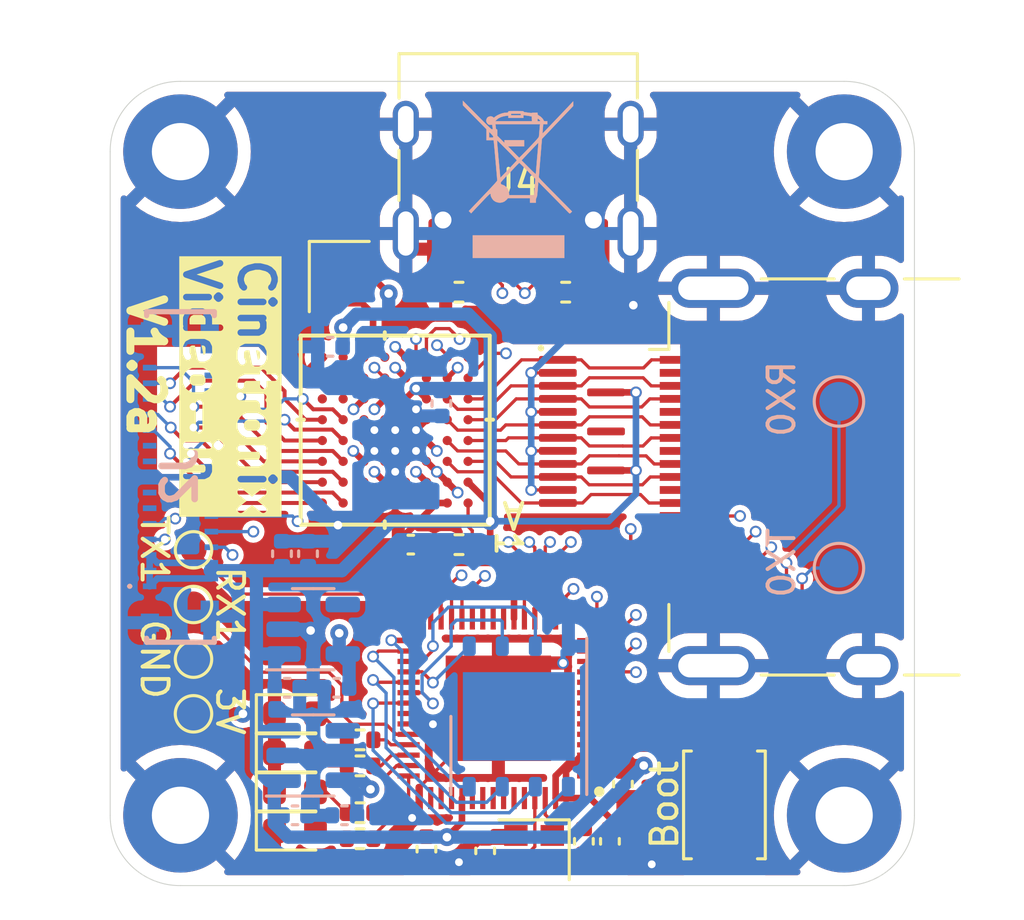
<source format=kicad_pcb>
(kicad_pcb (version 20221018) (generator pcbnew)
  (layers (0 "F.Cu" signal "Front") (1 "In1.Cu" signal) (2 "In2.Cu" signal) (31 "B.Cu" signal "Back") (34 "B.Paste" user) (35 "F.Paste" user) (36 "B.SilkS" user "B.Silkscreen") (37 "F.SilkS" user "F.Silkscreen") (38 "B.Mask" user) (39 "F.Mask" user) (44 "Edge.Cuts" user))
  (net 0 "")
  (net 7 "/HDMI_D2_P")
  (net 8 "/HDMI_D2_N")
  (net 9 "GND")
  (net 10 "/HDMI_D1_P")
  (net 11 "/HDMI_D1_N")
  (net 12 "/HDMI_D0_P")
  (net 13 "/HDMI_D0_N")
  (net 14 "/HDMI_CP_P")
  (net 15 "/HDMI_CP_N")
  (net 16 "+3.3V")
  (net 17 "+1V2")
  (net 18 "/CSI_VTX_D3_N")
  (net 19 "/CSI_VTX_D3_P")
  (net 20 "/CSI_VTX_D2_N")
  (net 21 "/CSI_VTX_D2_P")
  (net 22 "/CSI_VTX_D1_N")
  (net 23 "/CSI_VTX_D1_P")
  (net 24 "/CSI_VTX_D0_N")
  (net 25 "/CSI_VTX_D0_P")
  (net 26 "/CSI_VTX_CL_N")
  (net 27 "/CSI_VTX_CL_P")
  (net 28 "/HDMI_CEC")
  (net 29 "/HDMI_SCL")
  (net 30 "/HDMI_SDA")
  (net 31 "/CHIP_SDA")
  (net 32 "/CHIP_SCL")
  (net 34 "Net-(U4-REXT)")
  (net 35 "/CHIP_INT")
  (net 36 "+2V5")
  (net 39 "Net-(U1-GPIO21)")
  (net 50 "/VDD_SPI")
  (net 51 "Net-(U1-XTAL_P)")
  (net 53 "Net-(U1-GPIO0)")
  (net 57 "Net-(U1-GPIO4)")
  (net 58 "Net-(U1-GPIO5)")
  (net 59 "Net-(U1-XTAL_N)")
  (net 62 "Net-(U1-GPIO33)")
  (net 65 "/CHIP_RESET")
  (net 67 "unconnected-(U4-TEST-PadE5)")
  (net 68 "/USB_D+")
  (net 71 "/USB_D-")
  (net 77 "Net-(U4-REFCLK)")
  (net 83 "Net-(D1-A)")
  (net 84 "Net-(D2-A)")
  (net 85 "Net-(D3-A)")
  (net 86 "Net-(U1-GPIO36)")
  (net 87 "Net-(U1-GPIO35)")
  (net 88 "Net-(U1-GPIO34)")
  (net 91 "Net-(D4-A)")
  (net 92 "Net-(U1-GPIO37)")
  (net 93 "Net-(J4-VBUS-PadA4)")
  (net 96 "/HDMI_HDP")
  (net 97 "/SPIHD")
  (net 98 "/SPIWP")
  (net 99 "/SPICS0")
  (net 100 "/SPICLK")
  (net 101 "/SPIQ")
  (net 102 "/SPID")
  (net 103 "/VTX_DEBUG1")
  (net 104 "/VTX_DEBUG2")
  (net 105 "/VTX_DEBUG3")
  (net 106 "/VTX_DEBUG4")
  (net 107 "/VTX_DEBUG5")
  (net 108 "Net-(J4-CC1)")
  (net 109 "Net-(J4-CC2)")
  (footprint "Resistor_SMD:R_0402_1005Metric" (layer "F.Cu") (at 40.7 40.4 180)
    (fp_text reference "R7" hide)
    (fp_text value "5.1k" hide)
  )
  (footprint "LED_SMD:LED_0603_1608Metric" (layer "F.Cu") (at 34.4 56.6)
    (fp_text reference "D3" hide)
    (fp_text value "LED" hide)
  )
  (footprint "Connector_USB:USB_C_Receptacle_G-Switch_GT-USB-7010ASV" (layer "F.Cu") (at 42.9768 35.0218 180)
    (fp_text reference "J4")
    (fp_text value "USB_C_Receptacle_USB2.0")
  )
  (footprint "Connector_HDMI:HDMI_A_Molex_208658-1001_Horizontal" (layer "F.Cu") (at 53 47.5)
    (fp_text reference "J1" hide)
    (fp_text value "Molex 208658" hide)
  )
  (footprint "TestPoint:TestPoint_Pad_D1.0mm" (layer "F.Cu") (at 30.5 56.6)
    (fp_text reference "TP1" hide)
    (fp_text value "3V")
  )
  (footprint "MountingHole:MountingHole_2.2mm_M2_Pad" (layer "F.Cu") (at 30 35)
    (fp_text reference "H1" hide)
    (fp_text value "MountingHole_Pad")
  )
  (footprint "ESP32-S3:QFN40P700X700X90-57N-D" (layer "F.Cu") (at 42.2148 56.388 180)
    (fp_text reference "U1" hide)
    (fp_text value "ESP32-S3" hide)
  )
  (footprint "Resistor_SMD:R_0402_1005Metric" (layer "F.Cu") (at 36.9 61.4)
    (fp_text reference "R5" hide)
    (fp_text value "5.1k" hide)
  )
  (footprint "Capacitor_SMD:C_0402_1005Metric" (layer "F.Cu") (at 47 59.3 -90)
    (fp_text reference "C15" hide)
    (fp_text value "100nF" hide)
  )
  (footprint "Resistor_SMD:R_0402_1005Metric" (layer "F.Cu") (at 36.9 58.6)
    (fp_text reference "R3" hide)
    (fp_text value "5.1k" hide)
  )
  (footprint "Capacitor_SMD:C_0402_1005Metric" (layer "F.Cu") (at 45.5 61.5 -90)
    (fp_text reference "C16" hide)
    (fp_text value "10pF" hide)
  )
  (footprint "TC9590XBG:BGA64_TC9590_TOS-M" (layer "F.Cu") (at 38.25 45.7 180)
    (fp_text reference "U4" hide)
    (fp_text value "TC9590XBG" hide)
  )
  (footprint "Resistor_SMD:R_0402_1005Metric" (layer "F.Cu") (at 44.8 40.4)
    (fp_text reference "R6" hide)
    (fp_text value "5.1k" hide)
  )
  (footprint "Button_Switch_SMD:SW_Push_SPST_NO_Alps_SKRK" (layer "F.Cu") (at 50.9 60.1 -90)
    (fp_text reference "SW1" hide)
    (fp_text value "Boot")
  )
  (footprint "Resistor_SMD:R_0402_1005Metric" (layer "F.Cu") (at 36.9 57.6)
    (fp_text reference "R4" hide)
    (fp_text value "5.1k" hide)
  )
  (footprint "MountingHole:MountingHole_2.2mm_M2_Pad" (layer "F.Cu") (at 55.5 60.5)
    (fp_text reference "H4" hide)
    (fp_text value "MountingHole_Pad")
  )
  (footprint "LED_SMD:LED_0603_1608Metric" (layer "F.Cu") (at 34.4 61.1)
    (fp_text reference "D4" hide)
    (fp_text value "LED" hide)
  )
  (footprint "Resistor_SMD:R_0402_1005Metric" (layer "F.Cu") (at 40.7 50.1)
    (fp_text reference "R1" hide)
    (fp_text value "2k" hide)
  )
  (footprint "TestPoint:TestPoint_Pad_D1.0mm" (layer "F.Cu") (at 30.5 54.5)
    (fp_text reference "TP2" hide)
    (fp_text value "GND")
  )
  (footprint "MountingHole:MountingHole_2.2mm_M2_Pad" (layer "F.Cu") (at 30 60.5)
    (fp_text reference "H3" hide)
    (fp_text value "MountingHole_Pad")
  )
  (footprint "LED_SMD:LED_0603_1608Metric" (layer "F.Cu") (at 34.4 59.6)
    (fp_text reference "D1" hide)
    (fp_text value "LED" hide)
  )
  (footprint "TestPoint:TestPoint_Pad_D1.0mm" (layer "F.Cu") (at 30.5 50.3)
    (fp_text reference "TP5" hide)
    (fp_text value "TX1")
  )
  (footprint "Resistor_SMD:R_0402_1005Metric" (layer "F.Cu") (at 36.9 60.4)
    (fp_text reference "R2" hide)
    (fp_text value "5.1k" hide)
  )
  (footprint "Capacitor_SMD:C_0402_1005Metric" (layer "F.Cu") (at 38.85 50.1 180)
    (fp_text reference "C8" hide)
    (fp_text value "100nF" hide)
  )
  (footprint "TPD8S009DSMR:R-PDSO-N15" (layer "F.Cu") (at 45.449 45.75)
    (fp_text reference "U3" hide)
    (fp_text value "TPD8S009DSMR")
  )
  (footprint "Crystal:Crystal_SMD_2016-4Pin_2.0x1.6mm" (layer "F.Cu") (at 43.5864 61.8236 180)
    (fp_text reference "Y1" hide)
    (fp_text value "40MHz " hide)
  )
  (footprint "Capacitor_SMD:C_0402_1005Metric" (layer "F.Cu") (at 41.7068 61.8656 90)
    (fp_text reference "C17" hide)
    (fp_text value "10pF" hide)
  )
  (footprint "Capacitor_SMD:C_0402_1005Metric" (layer "F.Cu") (at 39.45 61.8 -90)
    (fp_text reference "C14" hide)
    (fp_text value "100nF" hide)
  )
  (footprint "Capacitor_SMD:C_0402_1005Metric" (layer "F.Cu") (at 46.5 61.5 -90)
    (fp_text reference "C13" hide)
    (fp_text value "100nF" hide)
  )
  (footprint "LED_SMD:LED_0603_1608Metric" (layer "F.Cu") (at 34.4 58.1)
    (fp_text reference "D2" hide)
    (fp_text value "LED" hide)
  )
  (footprint "MountingHole:MountingHole_2.2mm_M2_Pad" (layer "F.Cu") (at 55.5 35)
    (fp_text reference "H2" hide)
    (fp_text value "MountingHole_Pad")
  )
  (footprint "Crystal:Crystal_SMD_2016-4Pin_2.0x1.6mm" (layer "F.Cu") (at 36.1 39.8 -90)
    (fp_text reference "X1" hide)
    (fp_text value "27MHz")
  )
  (footprint "TestPoint:TestPoint_Pad_D1.0mm" (layer "F.Cu") (at 30.5 52.4 180)
    (fp_text reference "TP6" hide)
    (fp_text value "RX1")
  )
  (footprint "TestPoint:TestPoint_Pad_D1.5mm" (layer "B.Cu") (at 55.3 51 180)
    (fp_text reference "TP3" hide)
    (fp_text value "TX0")
  )
  (footprint "Capacitor_SMD:C_0402_1005Metric" (layer "B.Cu") (at 34.4 60.5)
    (fp_text reference "C7" hide)
    (fp_text value "10uF" hide)
  )
  (footprint "TestPoint:TestPoint_Pad_D1.5mm" (layer "B.Cu") (at 55.3 44.6 180)
    (fp_text reference "TP4" hide)
    (fp_text value "RX0")
  )
  (footprint "Package_TO_SOT_SMD:SOT-23-5" (layer "B.Cu") (at 35.1 58.2)
    (fp_text reference "U5" hide)
    (fp_text value "TLV73312PDBV" hide)
  )
  (footprint "Package_TO_SOT_SMD:SOT-23-5" (layer "B.Cu") (at 35.1 53.35)
    (fp_text reference "U2" hide)
    (fp_text value "TLV73325PDBV" hide)
  )
  (footprint "Package_SON:WSON-8-1EP_6x5mm_P1.27mm_EP3.4x4.3mm" (layer "B.Cu") (at 43 56.7 -90)
    (fp_text reference "U6" hide)
    (fp_text value "W25Q128JVS")
  )
  (footprint "Capacitor_SMD:C_0402_1005Metric" (layer "B.Cu") (at 34.1 55.6)
    (fp_text reference "C3" hide)
    (fp_text value "10uF" hide)
  )
  (footprint "Capacitor_SMD:C_0402_1005Metric" (layer "B.Cu") (at 40.025 44.675 -90)
    (fp_text reference "C4" hide)
    (fp_text value "100nF" hide)
  )
  (footprint "Capacitor_SMD:C_0402_1005Metric" (layer "B.Cu") (at 33.9 50.45 90)
    (fp_text reference "C1" hide)
    (fp_text value "100nF" hide)
  )
  (footprint "Capacitor_SMD:C_0402_1005Metric" (layer "B.Cu") (at 34.9 50.45 90)
    (fp_text reference "C2" hide)
    (fp_text value "10uF" hide)
  )
  (footprint "DF56C-26S-0.3V_51:DF56C26S03V51" (layer "B.Cu") (at 30 47.5 90)
    (fp_text reference "J2")
    (fp_text value "DF56C-26S-0.3V_51_" hide)
  )
  (footprint "Capacitor_SMD:C_0402_1005Metric" (layer "B.Cu") (at 36.3 60.5 180)
    (fp_text reference "C5" hide)
    (fp_text value "10uF" hide)
  )
  (footprint "Symbol:WEEE-Logo_4.2x6mm_SilkScreen" (layer "B.Cu") (at 42.9768 36.068 180)
    (fp_text reference "REF**" hide)
    (fp_text value "WEEE-Logo_4.2x6mm_SilkScreen" hide)
  )
  (footprint "Capacitor_SMD:C_0402_1005Metric" (layer "B.Cu") (at 36 55.6 180)
    (fp_text reference "C12" hide)
    (fp_text value "10uF" hide)
  )
  (footprint "Capacitor_SMD:C_0402_1005Metric" (layer "B.Cu") (at 35.75 42.5 180)
    (fp_text reference "C6" hide)
    (fp_text value "100nF" hide)
  )
  (gr_arc (start 30.002 63.19998) (mid 28.084189 62.417225) (end 27.3 60.5) (stroke (width 0.0381)) (layer "Edge.Cuts"))
  (gr_arc (start 58.199952 60.499039) (mid 57.417537 62.415444) (end 55.502 63.199979) (stroke (width 0.0381)) (layer "Edge.Cuts"))
  (gr_line (start 27.3 60.5) (end 27.3 35) (stroke (width 0.0381)) (layer "Edge.Cuts"))
  (gr_line (start 30 32.3) (end 55.499042 32.300066) (stroke (width 0.0381)) (layer "Edge.Cuts"))
  (gr_arc (start 55.499042 32.300066) (mid 57.415784 33.082859) (end 58.199952 34.999039) (stroke (width 0.0381)) (layer "Edge.Cuts"))
  (gr_arc (start 27.300011 35.001) (mid 28.082832 33.083539) (end 30 32.300001) (stroke (width 0.0381)) (layer "Edge.Cuts"))
  (gr_line (start 58.199952 60.499039) (end 58.199952 34.999039) (stroke (width 0.0381)) (layer "Edge.Cuts"))
  (gr_line (start 30.002 63.19998) (end 55.502 63.19998) (stroke (width 0.0381)) (layer "Edge.Cuts"))
  (gr_text "V1.2a" (at 27.9 40.35 270) (layer "F.SilkS") (effects (font (size 1.3 1.3) (thickness 0.3048) bold) (justify left bottom)))
  (gr_text "Cinetronix\nVideo-in" (at 30.05 39 270) (layer "F.SilkS" knockout) (effects (font (size 1.3 1.3) (thickness 0.25) bold) (justify left bottom)))
  (segment (start 48.1 43) (end 49.715 43) (width 0.125) (layer "F.Cu") (net 7))
  (segment (start 48.1 43) (end 47.7895 43.3105) (width 0.127) (layer "F.Cu") (net 7))
  (segment (start 41.60525 44.5) (end 43.10525 43) (width 0.125) (layer "F.Cu") (net 7))
  (segment (start 44.499 43) (end 45.4 43) (width 0.125) (layer "F.Cu") (net 7))
  (segment (start 43.10525 43) (end 44.499 43) (width 0.125) (layer "F.Cu") (net 7))
  (segment (start 41.05 44.5) (end 41.60525 44.5) (width 0.125) (layer "F.Cu") (net 7))
  (segment (start 45.4 43) (end 45.7105 43.3105) (width 0.125) (layer "F.Cu") (net 7))
  (segment (start 45.7105 43.3105) (end 47.7895 43.3105) (width 0.125) (layer "F.Cu") (net 7))
  (segment (start 44.499 44) (end 45.4 44) (width 0.125) (layer "F.Cu") (net 8))
  (segment (start 45.7105 43.6895) (end 47.777 43.6895) (width 0.125) (layer "F.Cu") (net 8))
  (segment (start 48.0875 44) (end 49.715 44) (width 0.125) (layer "F.Cu") (net 8))
  (segment (start 47.777 43.6895) (end 48.0875 44) (width 0.125) (layer "F.Cu") (net 8))
  (segment (start 41.8 44.9) (end 42.7 44) (width 0.125) (layer "F.Cu") (net 8))
  (segment (start 42.7 44) (end 44.499 44) (width 0.125) (layer "F.Cu") (net 8))
  (segment (start 45.4 44) (end 45.7105 43.6895) (width 0.125) (layer "F.Cu") (net 8))
  (segment (start 40.65 44.9) (end 41.8 44.9) (width 0.125) (layer "F.Cu") (net 8))
  (segment (start 40.25 44.5) (end 40.65 44.9) (width 0.125) (layer "F.Cu") (net 8))
  (segment (start 38.37 49.98035) (end 39.85 48.50035) (width 0.254) (layer "F.Cu") (net 9))
  (segment (start 49.715 45) (end 52.15 45) (width 0.254) (layer "F.Cu") (net 9))
  (segment (start 42.2148 56.388) (end 42.2148 58.0136) (width 0.508) (layer "F.Cu") (net 9))
  (segment (start 39.05 44.9) (end 39.0502 44.9) (width 0.254) (layer "F.Cu") (net 9))
  (segment (start 41.4144 61.3856) (end 41.7068 61.3856) (width 0.508) (layer "F.Cu") (net 9))
  (segment (start 38.65005 46.10005) (end 39.05 46.5) (width 0.254) (layer "F.Cu") (net 9))
  (segment (start 43.478 46.497) (end 43.475 46.5) (width 0.127) (layer "F.Cu") (net 9))
  (segment (start 41.6028 57) (end 42.2148 56.388) (width 0.508) (layer "F.Cu") (net 9))
  (segment (start 38.37 50.1) (end 38.37 49.98035) (width 0.254) (layer "F.Cu") (net 9))
  (segment (start 49.715 48) (end 52.15 48) (width 0.254) (layer "F.Cu") (net 9))
  (segment (start 39.2 60.2054) (end 39.2 59.4028) (width 0.127) (layer "F.Cu") (net 9))
  (segment (start 44.2864 62.3736) (end 45.1064 62.3736) (width 0.508) (layer "F.Cu") (net 9))
  (segment (start 42.2148 56.332) (end 42.2148 56.388) (width 0.127) (layer "F.Cu") (net 9))
  (segment (start 49.715 46.5) (end 52.15 46.5) (width 0.254) (layer "F.Cu") (net 9))
  (segment (start 40.7 62.1) (end 41.4144 61.3856) (width 0.508) (layer "F.Cu") (net 9))
  (segment (start 39.2 59.4028) (end 42.2148 56.388) (width 0.127) (layer "F.Cu") (net 9))
  (segment (start 42.2148 56.388) (end 43.1292 56.388) (width 0.508) (layer "F.Cu") (net 9))
  (segment (start 39.85 48.50035) (end 39.45015 48.50035) (width 0.254) (layer "F.Cu") (net 9))
  (segment (start 38.9 60.5054) (end 39.2 60.2054) (width 0.127) (layer "F.Cu") (net 9))
  (segment (start 44.499 45) (end 43.475 45) (width 0.127) (layer "F.Cu") (net 9))
  (segment (start 37.85015 46.90015) (end 38.25 47.3) (width 0.254) (layer "F.Cu") (net 9))
  (segment (start 44.499 46.497) (end 43.478 46.497) (width 0.127) (layer "F.Cu") (net 9))
  (segment (start 37.84995 46.90015) (end 37.85015 46.90015) (width 0.254) (layer "F.Cu") (net 9))
  (segment (start 39.429 48.521) (end 39.45 48.5) (width 0.254) (layer "F.Cu") (net 9))
  (segment (start 45.1064 62.3736) (end 45.5 61.98) (width 0.508) (layer "F.Cu") (net 9))
  (segment (start 44.499 43.5) (end 43.475 43.5) (width 0.127) (layer "F.Cu") (net 9))
  (segment (start 38.9 60.6) (end 38.9 60.5054) (width 0.127) (layer "F.Cu") (net 9))
  (segment (start 44.499 47.999) (end 43.476 47.999) (width 0.127) (layer "F.Cu") (net 9))
  (segment (start 39.05 44.9) (end 37.45 46.5) (width 0.254) (layer "F.Cu") (net 9))
  (segment (start 40.7 62.3) (end 40.7 62.1) (width 0.508) (layer "F.Cu") (net 9))
  (segment (start 43.954302 54.648498) (end 42.2148 56.388) (width 0.508) (layer "F.Cu") (net 9))
  (segment (start 38.65 46.9) (end 38.25 47.3) (width 0.254) (layer "F.Cu") (net 9))
  (segment (start 37.05 45.3) (end 38.65 46.9) (width 0.254) (layer "F.Cu") (net 9))
  (segment (start 37.05 46.1) (end 37.45 45.7) (width 0.254) (layer "F.Cu") (net 9))
  (segment (start 39.7 57) (end 41.6028 57) (width 0.508) (layer "F.Cu") (net 9))
  (segment (start 40.25025 48.50035) (end 39.85 48.50035) (width 0.254) (layer "F.Cu") (net 9))
  (segment (start 37.84995 46.90015) (end 39.45015 45.29995) (width 0.254) (layer "F.Cu") (net 9))
  (segment (start 44.7 54.648498) (end 43.954302 54.648498) (width 0.508) (layer "F.Cu") (net 9))
  (segment (start 49.715 43.5) (end 52.15 43.5) (width 0.254) (layer "F.Cu") (net 9))
  (segment (start 39.0502 44.9) (end 39.45015 45.29995) (width 0.254) (layer "F.Cu") (net 9))
  (segment (start 49.715 51) (end 52.15 51) (width 0.254) (layer "F.Cu") (net 9))
  (segment (start 43.476 47.999) (end 43.475 48) (width 0.127) (layer "F.Cu") (net 9))
  (via (at 39.05 45.7) (size 0.45) (drill 0.3) (layers "F.Cu" "B.Cu") (net 9))
  (via (at 38.25 45.7) (size 0.45) (drill 0.3) (layers "F.Cu" "B.Cu") (net 9))
  (via (at 44.7 54.648498) (size 0.45) (drill 0.3) (layers "F.Cu" "B.Cu") (net 9))
  (via (at 40.7 62.3) (size 0.45) (drill 0.3) (layers "F.Cu" "B.Cu") (net 9))
  (via (at 38.25 46.5) (size 0.45) (drill 0.3) (layers "F.Cu" "B.Cu") (net 9))
  (via (at 39.7 57) (size 0.45) (drill 0.3) (layers "F.Cu" "B.Cu") (net 9))
  (via (at 39.05 44.9) (size 0.45) (drill 0.3) (layers "F.Cu" "B.Cu") (net 9))
  (via (at 35 53.4) (size 0.6858) (drill 0.3302) (layers "F.Cu" "B.Cu") (net 9))
  (via (at 43.475 45) (size 0.45) (drill 0.3) (layers "F.Cu" "B.Cu") (net 9))
  (via (at 43.475 46.5) (size 0.45) (drill 0.3) (layers "F.Cu" "B.Cu") (net 9))
  (via (at 47.4 40.9) (size 0.6858) (drill 0.3302) (layers "F.Cu" "B.Cu") (net 9))
  (via (at 43.475 48) (size 0.45) (drill 0.3) (layers "F.Cu" "B.Cu") (net 9))
  (via (at 48.1076 62.3824) (size 0.45) (drill 0.3) (layers "F.Cu" "B.Cu") (net 9))
  (via (at 39.05 46.5) (size 0.45) (drill 0.3) (layers "F.Cu" "B.Cu") (net 9))
  (via (at 43.475 43.5) (size 0.45) (drill 0.3) (layers "F.Cu" "B.Cu") (net 9))
  (via (at 37.45 45.7) (size 0.45) (drill 0.3) (layers "F.Cu" "B.Cu") (net 9))
  (via (at 37.45 46.5) (size 0.45) (drill 0.3) (layers "F.Cu" "B.Cu") (net 9))
  (via (at 36.05 49.35) (size 0.6858) (drill 0.3302) (layers "F.Cu" "B.Cu") (net 9))
  (via (at 38.9 60.6) (size 0.45) (drill 0.3) (layers "F.Cu" "B.Cu") (net 9))
  (via (at 38.25 47.3) (size 0.45) (drill 0.3) (layers "F.Cu" "B.Cu") (net 9))
  (segment (start 46.075 40.9) (end 43.475 43.5) (width 0.254) (layer "B.Cu") (net 9))
  (segment (start 44.7 54.205) (end 44.905 54) (width 0.2) (layer "B.Cu") (net 9))
  (segment (start 35.1 53.5) (end 35 53.4) (width 0.508) (layer "B.Cu") (net 9))
  (segment (start 34.624999 58.2) (end 33.9625 58.2) (width 0.508) (layer "B.Cu") (net 9))
  (segment (start 35.1 55.4) (end 35.1 53.5) (width 0.508) (layer "B.Cu") (net 9))
  (segment (start 31.114776 47.510224) (end 28.160224 47.510224) (width 0.254) (layer "B.Cu") (net 9))
  (segment (start 34.9 55.6) (end 35.1 55.4) (width 0.508) (layer "B.Cu") (net 9))
  (segment (start 43.475 48) (end 43.475 43.5) (width 0.254) (layer "B.Cu") (net 9))
  (segment (start 33.9625 53.35) (end 34.524999 53.35) (width 0.254) (layer "B.Cu") (net 9))
  (segment (start 38.25 44.4) (end 37.95 44.1) (width 0.508) (layer "B.Cu") (net 9))
  (segment (start 34.58 55.6) (end 34.9 55.6) (width 0.508) (layer "B.Cu") (net 9))
  (segment (start 35.1 58.675001) (end 34.624999 58.2) (width 0.508) (layer "B.Cu") (net 9))
  (segment (start 34.9 55.6) (end 35.52 55.6) (width 0.508) (layer "B.Cu") (net 9))
  (segment (start 34.2 47.5) (end 31.125 47.5) (width 0.508) (layer "B.Cu") (net 9))
  (segment (start 34.524999 53.35) (end 34.9 53.725001) (width 0.254) (layer "B.Cu") (net 9))
  (segment (start 38.25 45.7) (end 38.25 44.4) (width 0.508) (layer "B.Cu") (net 9))
  (segment (start 34.88 60.5) (end 35.1 60.28) (width 0.508) (layer "B.Cu") (net 9))
  (segment (start 47.4 40.9) (end 46.075 40.9) (width 0.254) (layer "B.Cu") (net 9))
  (segment (start 35.7 44.1) (end 35.27 43.67) (width 0.508) (layer "B.Cu") (net 9))
  (segment (start 35.27 43.67) (end 35.27 42.5) (width 0.508) (layer "B.Cu") (net 9))
  (segment (start 35.1 60.28) (end 35.1 58.675001) (width 0.508) (layer "B.Cu") (net 9))
  (segment (start 37.95 44.1) (end 35.7 44.1) (width 0.508) (layer "B.Cu") (net 9))
  (segment (start 36.05 49.35) (end 34.2 47.5) (width 0.508) (layer "B.Cu") (net 9))
  (segment (start 35 55.5) (end 34.9 55.6) (width 0.127) (layer "B.Cu") (net 9))
  (segment (start 28.160224 47.510224) (end 28.15 47.5) (width 0.254) (layer "B.Cu") (net 9))
  (segment (start 44.7 54.648498) (end 44.7 54.205) (width 0.2) (layer "B.Cu") (net 9))
  (segment (start 45.7105 44.8105) (end 47.721999 44.8105) (width 0.125) (layer "F.Cu") (net 10))
  (segment (start 44.499 44.5) (end 45.4 44.5) (width 0.125) (layer "F.Cu") (net 10))
  (segment (start 48.032499 44.5) (end 49.715 44.5) (width 0.125) (layer "F.Cu") (net 10))
  (segment (start 47.721999 44.8105) (end 48.032499 44.5) (width 0.125) (layer "F.Cu") (net 10))
  (segment (start 45.4 44.5) (end 45.7105 44.8105) (width 0.125) (layer "F.Cu") (net 10))
  (segment (start 42.1 45.3) (end 42.9 44.5) (width 0.125) (layer "F.Cu") (net 10))
  (segment (start 42.9 44.5) (end 44.499 44.5) (width 0.125) (layer "F.Cu") (net 10))
  (segment (start 41.05 45.3) (end 42.1 45.3) (width 0.125) (layer "F.Cu") (net 10))
  (segment (start 42.3 45.7) (end 42.5 45.5) (width 0.125) (layer "F.Cu") (net 11))
  (segment (start 45.7105 45.1895) (end 47.7395 45.1895) (width 0.125) (layer "F.Cu") (net 11))
  (segment (start 47.7395 45.1895) (end 48.05 45.5) (width 0.125) (layer "F.Cu") (net 11))
  (segment (start 48.05 45.5) (end 49.715 45.5) (width 0.125) (layer "F.Cu") (net 11))
  (segment (start 42.5 45.5) (end 44.499 45.5) (width 0.125) (layer "F.Cu") (net 11))
  (segment (start 45.4 45.5) (end 45.7105 45.1895) (width 0.125) (layer "F.Cu") (net 11))
  (segment (start 40.25 45.3) (end 40.65 45.7) (width 0.125) (layer "F.Cu") (net 11))
  (segment (start 44.499 45.5) (end 45.4 45.5) (width 0.125) (layer "F.Cu") (net 11))
  (segment (start 40.65 45.7) (end 42.3 45.7) (width 0.125) (layer "F.Cu") (net 11))
  (segment (start 42.603 45.997) (end 44.499 45.997) (width 0.125) (layer "F.Cu") (net 12))
  (segment (start 41.05 46.1) (end 42.5 46.1) (width 0.125) (layer "F.Cu") (net 12))
  (segment (start 46.997036 46.3105) (end 47.771999 46.3105) (width 0.125) (layer "F.Cu") (net 12))
  (segment (start 44.499 45.997) (end 45.397 45.997) (width 0.125) (layer "F.Cu") (net 12))
  (segment (start 48.082499 46) (end 49.715 46) (width 0.125) (layer "F.Cu") (net 12))
  (segment (start 46.995036 46.3085) (end 46.997036 46.3105) (width 0.125) (layer "F.Cu") (net 12))
  (segment (start 47.771999 46.3105) (end 48.082499 46) (width 0.125) (layer "F.Cu") (net 12))
  (segment (start 42.5 46.1) (end 42.603 45.997) (width 0.125) (layer "F.Cu") (net 12))
  (segment (start 45.397 45.997) (end 45.7085 46.3085) (width 0.125) (layer "F.Cu") (net 12))
  (segment (start 45.7085 46.3085) (end 46.995036 46.3085) (width 0.125) (layer "F.Cu") (net 12))
  (segment (start 47.8895 46.6895) (end 48.2 47) (width 0.125) (layer "F.Cu") (net 13))
  (segment (start 40.25 46.1) (end 40.65 46.5) (width 0.125) (layer "F.Cu") (net 13))
  (segment (start 45.401 46.999) (end 45.7125 46.6875) (width 0.125) (layer "F.Cu") (net 13))
  (segment (start 48.2 47) (end 49.715 47) (width 0.125) (layer "F.Cu") (net 13))
  (segment (start 45.7125 46.6875) (end 46.85 46.6875) (width 0.125) (layer "F.Cu") (net 13))
  (segment (start 40.65 46.5) (end 42.5 46.5) (width 0.125) (layer "F.Cu") (net 13))
  (segment (start 44.499 46.999) (end 45.401 46.999) (width 0.125) (layer "F.Cu") (net 13))
  (segment (start 46.852 46.6895) (end 47.8895 46.6895) (width 0.125) (layer "F.Cu") (net 13))
  (segment (start 42.5 46.5) (end 42.999 46.999) (width 0.125) (layer "F.Cu") (net 13))
  (segment (start 42.999 46.999) (end 44.499 46.999) (width 0.125) (layer "F.Cu") (net 13))
  (segment (start 46.85 46.6875) (end 46.852 46.6895) (width 0.125) (layer "F.Cu") (net 13))
  (segment (start 45.7 47.8) (end 47.75 47.8) (width 0.125) (layer "F.Cu") (net 14))
  (segment (start 42.1 46.9) (end 42.699 47.499) (width 0.125) (layer "F.Cu") (net 14))
  (segment (start 48.05 47.5) (end 49.715 47.5) (width 0.125) (layer "F.Cu") (net 14))
  (segment (start 44.499 47.499) (end 45.399 47.499) (width 0.125) (layer "F.Cu") (net 14))
  (segment (start 47.75 47.8) (end 48.05 47.5) (width 0.125) (layer "F.Cu") (net 14))
  (segment (start 41.05 46.9) (end 42.1 46.9) (width 0.125) (layer "F.Cu") (net 14))
  (segment (start 42.699 47.499) (end 44.499 47.499) (width 0.125) (layer "F.Cu") (net 14))
  (segment (start 45.399 47.499) (end 45.7 47.8) (width 0.125) (layer "F.Cu") (net 14))
  (segment (start 45.451 48.499) (end 45.775 48.175) (width 0.125) (layer "F.Cu") (net 15))
  (segment (start 40.65 47.3) (end 41.9 47.3) (width 0.125) (layer "F.Cu") (net 15))
  (segment (start 44.499 48.499) (end 45.451 48.499) (width 0.125) (layer "F.Cu") (net 15))
  (segment (start 45.775 48.175) (end 47.675 48.175) (width 0.125) (layer "F.Cu") (net 15))
  (segment (start 47.675 48.175) (end 48 48.5) (width 0.125) (layer "F.Cu") (net 15))
  (segment (start 48 48.5) (end 49.715 48.5) (width 0.125) (layer "F.Cu") (net 15))
  (segment (start 40.25 46.9) (end 40.65 47.3) (width 0.125) (layer "F.Cu") (net 15))
  (segment (start 43.099 48.499) (end 44.499 48.499) (width 0.125) (layer "F.Cu") (net 15))
  (segment (start 41.9 47.3) (end 43.099 48.499) (width 0.125) (layer "F.Cu") (net 15))
  (segment (start 44.4148 58.9852) (end 44.4148 59.838) (width 0.254) (layer "F.Cu") (net 16))
  (segment (start 46.35 44.25) (end 47.5 44.25) (width 0.254) (layer "F.Cu") (net 16))
  (segment (start 39.33 50.1) (end 40.19 50.1) (width 0.254) (layer "F.Cu") (net 16))
  (segment (start 40.238478 61.338478) (end 40.8148 60.762156) (width 0.254) (layer "F.Cu") (net 16))
  (segment (start 47.8 58.588) (end 47.568 58.82) (width 0.254) (layer "F.Cu") (net 16))
  (segment (start 46.988 58.588) (end 46.5328 58.1328) (width 0.09) (layer "F.Cu") (net 16))
  (segment (start 42.8148 51.2148) (end 42.8148 52.938) (width 0.254) (layer "F.Cu") (net 16))
  (segment (start 46.5 60.6) (end 46.5 61.02) (width 0.254) (layer "F.Cu") (net 16))
  (segment (start 44.8148 59.838) (end 45.738 59.838) (width 0.254) (layer "F.Cu") (net 16))
  (segment (start 41.9 50.8) (end 42.4 50.8) (width 0.254) (layer "F.Cu") (net 16))
  (segment (start 45.738 59.838) (end 46.5 60.6) (width 0.254) (layer "F.Cu") (net 16))
  (segment (start 41.9 48.5499) (end 41.075 47.7249) (width 0.254) (layer "F.Cu") (net 16))
  (segment (start 41.9 49.2) (end 41.9 50.8) (width 0.254) (layer "F.Cu") (net 16))
  (segment (start 47.171382 58.4) (end 45.3844 58.4) (width 0.508) (layer "F.Cu") (net 16))
  (segment (start 46.188 57.788) (end 46.5328 58.1328) (width 0.127) (layer "F.Cu") (net 16))
  (segment (start 40.595 50.8) (end 41.9 50.8) (width 0.254) (layer "F.Cu") (net 16))
  (segment (start 40.238478 61.338478) (end 40.22 61.32) (width 0.254) (layer "F.Cu") (net 16))
  (segment (start 39.45 44.5) (end 39.05 44.1) (width 0.254) (layer "F.Cu") (net 16))
  (segment (start 41.9 49.2) (end 41.9 48.5499) (width 0.254) (layer "F.Cu") (net 16))
  (segment (start 47.359382 58.588) (end 47.171382 58.4) (width 0.508) (layer "F.Cu") (net 16))
  (segment (start 47.8 58.588) (end 45.6648 58.588) (width 0.254) (layer "F.Cu") (net 16))
  (segment (start 47.568 58.82) (end 47 58.82) (width 0.254) (layer "F.Cu") (net 16))
  (segment (start 39.05 44.1) (end 38.65 44.5) (width 0.254) (layer "F.Cu") (net 16))
  (segment (start 45 58.4) (end 44.4148 58.9852) (width 0.254) (layer "F.Cu") (net 16))
  (segment (start 40.19 50.1) (end 40.19 50.395) (width 0.254) (layer "F.Cu") (net 16))
  (segment (start 47.499 47.249) (end 47.5 47.25) (width 0.254) (layer "F.Cu") (net 16))
  (segment (start 36.65 39.1) (end 38 40.45) (width 0.254) (layer "F.Cu") (net 16))
  (segment (start 45.3844 58.4) (end 45 58.4) (width 0.254) (layer "F.Cu") (net 16))
  (segment (start 44.4148 59.838) (end 44.8148 59.838) (width 0.254) (layer "F.Cu") (net 16))
  (segment (start 45.6648 58.588) (end 45.0318 58.588) (width 0.254) (layer "F.Cu") (net 16))
  (segment (start 42.4 50.8) (end 42.8148 51.2148) (width 0.254) (layer "F.Cu") (net 16))
  (segment (start 47.8 58.588) (end 46.988 58.588) (width 0.09) (layer "F.Cu") (net 16))
  (segment (start 46.35 47.249) (end 47.499 47.249) (width 0.254) (layer "F.Cu") (net 16))
  (segment (start 45.0318 58.588) (end 44.8148 58.805) (width 0.254) (layer "F.Cu") (net 16))
  (segment (start 40.19 50.395) (end 40.595 50.8) (width 0.254) (layer "F.Cu") (net 16))
  (segment (start 36.25 41.7576) (end 36.25 42.9) (width 0.254) (layer "F.Cu") (net 16))
  (segment (start 40.22 61.32) (end 39.45 61.32) (width 0.254) (layer "F.Cu") (net 16))
  (segment (start 45.6648 57.788) (end 46.188 57.788) (width 0.127) (layer "F.Cu") (net 16))
  (segment (start 47.8 58.588) (end 47.359382 58.588) (width 0.508) (layer "F.Cu") (net 16))
  (segment (start 40.8148 60.762156) (end 40.8148 59.838) (width 0.254) (layer "F.Cu") (net 16))
  (segment (start 32.4 56.6) (end 30.5 56.6) (width 0.508) (layer "F.Cu") (net 16))
  (segment (start 44.8148 58.805) (end 44.8148 59.838) (width 0.254) (layer "F.Cu") (net 16))
  (via (at 47.5 47.25) (size 0.45) (drill 0.3) (layers "F.Cu" "B.Cu") (net 16))
  (via (at 39.05 44.1) (size 0.45) (drill 0.3) (layers "F.Cu" "B.Cu") (net 16))
  (via (at 47.5 44.25) (size 0.45) (drill 0.3) (layers "F.Cu" "B.Cu") (net 16))
  (via (at 32.4 56.6) (size 0.6858) (drill 0.3302) (layers "F.Cu" "B.Cu") (net 16))
  (via (at 36.25 41.7576) (size 0.6858) (drill 0.3302) (layers "F.Cu" "B.Cu") (net 16))
  (via (at 38 40.45) (size 0.6858) (drill 0.3302) (layers "F.Cu" "B.Cu") (net 16))
  (via (at 41.9 49.2) (size 0.6858) (drill 0.3302) (layers "F.Cu" "B.Cu") (net 16))
  (via (at 47.8 58.588) (size 0.6858) (drill 0.3302) (layers "F.Cu" "B.Cu") (net 16))
  (via (at 40.238478 61.338478) (size 0.6858) (drill 0.3302) (layers "F.Cu" "B.Cu") (net 16))
  (segment (start 29.115 51.4) (end 28.815 51.7) (width 0.254) (layer "B.Cu") (net 16))
  (segment (start 40.238478 61.338478) (end 45.049522 61.338478) (width 0.508) (layer "B.Cu") (net 16))
  (segment (start 36.7636 41.244) (end 36.25 41.7576) (width 0.508) (layer "B.Cu") (net 16))
  (segment (start 33.9625 54.3) (end 32.919 54.3) (width 0.508) (layer "B.Cu") (net 16))
  (segment (start 31.185 51.4) (end 29.115 51.4) (width 0.254) (layer "B.Cu") (net 16))
  (segment (start 28.815 50.5) (end 29.115 50.8) (width 0.254) (layer "B.Cu") (net 16))
  (segment (start 39.05 44.05) (end 39.05 44.1) (width 0.254) (layer "B.Cu") (net 16))
  (segment (start 33.9145 59.177) (end 33.399448 59.177) (width 0.508) (layer "B.Cu") (net 16))
  (segment (start 38 41.244) (end 41.051014 41.244) (width 0.508) (layer "B.Cu") (net 16))
  (segment (start 32.819 56.6) (end 32.919 56.5) (width 0.127) (layer "B.Cu") (net 16))
  (segment (start 41.9 49.2) (end 38.1 49.2) (width 0.508) (layer "B.Cu") (net 16))
  (segment (start 36.25 41.7576) (end 36.25 42.38) (width 0.508) (layer "B.Cu") (net 16))
  (segment (start 41.051014 41.244) (end 41.9 42.092986) (width 0.508) (layer "B.Cu") (net 16))
  (segment (start 33.62 54.6425) (end 33.62 55.6) (width 0.508) (layer "B.Cu") (net 16))
  (segment (start 33.6 59.5125) (end 33.9625 59.15) (width 0.508) (layer "B.Cu") (net 16))
  (segment (start 47.5 44.25) (end 47.5 47.25) (width 0.254) (layer "B.Cu") (net 16))
  (segment (start 38 41.244) (end 36.7636 41.244) (width 0.508) (layer "B.Cu") (net 16))
  (segment (start 33.9625 52.4) (end 33.019 52.4) (width 0.508) (layer "B.Cu") (net 16))
  (segment (start 40.238478 61.338478) (end 34.138478 61.338478) (width 0.508) (layer "B.Cu") (net 16))
  (segment (start 45.049522 61.338478) (end 47.8 58.588) (width 0.508) (layer "B.Cu") (net 16))
  (segment (start 33.399448 59.177) (end 32.919 58.696552) (width 0.508) (layer "B.Cu") (net 16))
  (segment (start 32.919 51.319) (end 32.7 51.1) (width 0.508) (layer "B.Cu") (net 16))
  (segment (start 34.138478 61.338478) (end 33.6 60.8) (width 0.508) (layer "B.Cu") (net 16))
  (segment (start 33.9625 54.3) (end 33.62 54.6425) (width 0.508) (layer "B.Cu") (net 16))
  (segment (start 36.2 51.1) (end 31.1404 51.1) (width 0.508) (layer "B.Cu") (net 16))
  (segment (start 41.9 42.092986) (end 41.9 49.2) (width 0.508) (layer "B.Cu") (net 16))
  (segment (start 46.45 49.2) (end 47.5 48.15) (width 0.254) (layer "B.Cu") (net 16))
  (segment (start 47.5 48.15) (end 47.5 47.25) (width 0.254) (layer "B.Cu") (net 16))
  (segment (start 39.05 44.1) (end 41.65 44.1) (width 0.508) (layer "B.Cu") (net 16))
  (segment (start 41.9 49.2) (end 46.45 49.2) (width 0.254) (layer "B.Cu") (net 16))
  (segment (start 32.919 56.5) (end 32.919 51.319) (width 0.508) (layer "B.Cu") (net 16))
  (segment (start 32.4 56.6) (end 32.819 56.6) (width 0.127) (layer "B.Cu") (net 16))
  (segment (start 38.1 49.2) (end 36.2 51.1) (width 0.508) (layer "B.Cu") (net 16))
  (segment (start 33.9145 57.277) (end 32.919 57.277) (width 0.508) (layer "B.Cu") (net 16))
  (segment (start 33.6 60.8) (end 33.6 59.5125) (width 0.508) (layer "B.Cu") (net 16))
  (segment (start 32.919 58.696552) (end 32.919 56.5) (width 0.508) (layer "B.Cu") (net 16))
  (segment (start 29.115 50.8) (end 31.185 50.8) (width 0.254) (layer "B.Cu") (net 16))
  (segment (start 28.815 51.7) (end 28.815 50.5) (width 0.254) (layer "B.Cu") (net 16))
  (segment (start 38 41.244) (end 38 40.45) (width 0.508) (layer "B.Cu") (net 16))
  (segment (start 39.45 46.9) (end 39.85 47.3) (width 0.254) (layer "F.Cu") (net 17))
  (segment (start 36.649653 44.900347) (end 37.05 44.5) (width 0.254) (layer "F.Cu") (net 17))
  (segment (start 37.04 46.9) (end 36.64 46.5) (width 0.254) (layer "F.Cu") (net 17))
  (segment (start 40.25025 43.69975) (end 40.650563 43.299437) (width 0.2) (layer "F.Cu") (net 17))
  (segment (start 39.45 46.1) (end 39.85 46.5) (width 0.254) (layer "F.Cu") (net 17))
  (segment (start 37.85 44.5) (end 37.45 44.9) (width 0.254) (layer "F.Cu") (net 17))
  (segment (start 39.85 47.3) (end 40.25 47.7) (width 0.254) (layer "F.Cu") (net 17))
  (segment (start 40.650563 43.299437) (end 40.628545 43.321455) (width 0.254) (layer "F.Cu") (net 17))
  (segment (start 37.05 46.9) (end 37.04 46.9) (width 0.254) (layer "F.Cu") (net 17))
  (segment (start 40.25 47.7) (end 40.65 48.1) (width 0.254) (layer "F.Cu") (net 17))
  (via (at 36.649653 44.900347) (size 0.45) (drill 0.3) (layers "F.Cu" "B.Cu") (net 17))
  (via (at 39.85 47.3) (size 0.45) (drill 0.3) (layers "F.Cu" "B.Cu") (net 17))
  (via (at 36.64 46.5) (size 0.45) (drill 0.3) (layers "F.Cu" "B.Cu") (net 17))
  (via (at 37.45 44.9) (size 0.45) (drill 0.3) (layers "F.Cu" "B.Cu") (net 17))
  (via (at 40.650563 43.299437) (size 0.45) (drill 0.3) (layers "F.Cu" "B.Cu") (net 17))
  (via (at 37.3 59.5) (size 0.6858) (drill 0.3302) (layers "F.Cu" "B.Cu") (net 17))
  (via (at 40.65 48.1) (size 0.45) (drill 0.3) (layers "F.Cu" "B.Cu") (net 17))
  (via (at 39.85 46.5) (size 0.45) (drill 0.3) (layers "F.Cu" "B.Cu") (net 17))
  (segment (start 36.2375 59.15) (end 36.78 59.6925) (width 0.508) (layer "B.Cu") (net 17))
  (segment (start 37.3 59.5) (end 36.95 59.15) (width 0.508) (layer "B.Cu") (net 17))
  (segment (start 36.95 59.15) (end 36.2375 59.15) (width 0.508) (layer "B.Cu") (net 17))
  (segment (start 36.78 59.6925) (end 36.78 60.5) (width 0.508) (layer "B.Cu") (net 17))
  (segment (start 31.9 48.1) (end 35.85 48.1) (width 0.1524) (layer "F.Cu") (net 18))
  (segment (start 30.4 46.6) (end 31.9 48.1) (width 0.1524) (layer "F.Cu") (net 18))
  (segment (start 35.85 48.1) (end 36.25 48.5) (width 0.1524) (layer "F.Cu") (net 18))
  (via (at 30.4 46.6) (size 0.45) (drill 0.3) (layers "F.Cu" "B.Cu") (net 18))
  (segment (start 30.4 46.6) (end 31 46) (width 0.127) (layer "B.Cu") (net 18))
  (segment (start 31 46) (end 31.185 46) (width 0.127) (layer "B.Cu") (net 18))
  (segment (start 29.6 46.6) (end 31.5 48.5) (width 0.1524) (layer "F.Cu") (net 19))
  (segment (start 31.5 48.5) (end 35.45 48.5) (width 0.1524) (layer "F.Cu") (net 19))
  (via (at 29.6 46.6) (size 0.45) (drill 0.3) (layers "F.Cu" "B.Cu") (net 19))
  (segment (start 28.966 45.7) (end 28.815 45.7) (width 0.127) (layer "B.Cu") (net 19))
  (segment (start 29.6 46.334) (end 28.966 45.7) (width 0.127) (layer "B.Cu") (net 19))
  (segment (start 29.6 46.6) (end 29.6 46.334) (width 0.127) (layer "B.Cu") (net 19))
  (segment (start 31.1 45.6) (end 32.8 47.3) (width 0.1524) (layer "F.Cu") (net 20))
  (segment (start 32.8 47.3) (end 35.85 47.3) (width 0.1524) (layer "F.Cu") (net 20))
  (segment (start 35.85 47.3) (end 36.25 47.7) (width 0.1524) (layer "F.Cu") (net 20))
  (segment (start 30.5 45.6) (end 31.1 45.6) (width 0.1524) (layer "F.Cu") (net 20))
  (via (at 30.5 45.6) (size 0.45) (drill 0.3) (layers "F.Cu" "B.Cu") (net 20))
  (segment (start 30.5 45.6) (end 30.7 45.4) (width 0.127) (layer "B.Cu") (net 20))
  (segment (start 30.7 45.4) (end 31.185 45.4) (width 0.127) (layer "B.Cu") (net 20))
  (segment (start 30.12645 46.1) (end 30.8 46.1) (width 0.1524) (layer "F.Cu") (net 21))
  (segment (start 29.62645 45.6) (end 30.12645 46.1) (width 0.1524) (layer "F.Cu") (net 21))
  (segment (start 30.8 46.1) (end 32.4 47.7) (width 0.1524) (layer "F.Cu") (net 21))
  (segment (start 32.4 47.7) (end 35.45 47.7) (width 0.1524) (layer "F.Cu") (net 21))
  (via (at 29.62645 45.6) (size 0.45) (drill 0.3) (layers "F.Cu" "B.Cu") (net 21))
  (segment (start 29.12645 45.1) (end 28.815 45.1) (width 0.127) (layer "B.Cu") (net 21))
  (segment (start 29.62645 45.6) (end 29.12645 45.1) (width 0.127) (layer "B.Cu") (net 21))
  (segment (start 35.83095 45.68095) (end 36.25 46.1) (width 0.1524) (layer "F.Cu") (net 22))
  (segment (start 34.38095 45.68095) (end 35.83095 45.68095) (width 0.1524) (layer "F.Cu") (net 22))
  (segment (start 34 45.3) (end 34.38095 45.68095) (width 0.1524) (layer "F.Cu") (net 22))
  (via (at 34 45.3) (size 0.45) (drill 0.3) (layers "F.Cu" "B.Cu") (net 22))
  (segment (start 33.946 45.354) (end 31.954 45.354) (width 0.127) (layer "B.Cu") (net 22))
  (segment (start 34 45.3) (end 33.946 45.354) (width 0.127) (layer "B.Cu") (net 22))
  (segment (start 31.954 45.354) (end 31.4 44.8) (width 0.127) (layer "B.Cu") (net 22))
  (segment (start 31.4 44.8) (end 31.185 44.8) (width 0.127) (layer "B.Cu") (net 22))
  (segment (start 34 46.1) (end 35.45 46.1) (width 0.1524) (layer "F.Cu") (net 23))
  (segment (start 33.3 44.3) (end 33.3 45.4) (width 0.1524) (layer "F.Cu") (net 23))
  (segment (start 29.6 44.8) (end 30.6 43.8) (width 0.1524) (layer "F.Cu") (net 23))
  (segment (start 33.3 45.4) (end 34 46.1) (width 0.1524) (layer "F.Cu") (net 23))
  (segment (start 32.8 43.8) (end 33.3 44.3) (width 0.1524) (layer "F.Cu") (net 23))
  (segment (start 30.6 43.8) (end 32.8 43.8) (width 0.1524) (layer "F.Cu") (net 23))
  (via (at 29.6 44.8) (size 0.45) (drill 0.3) (layers "F.Cu" "B.Cu") (net 23))
  (segment (start 29.6 44.8) (end 29.3 44.5) (width 0.127) (layer "B.Cu") (net 23))
  (segment (start 29.3 44.5) (end 28.815 44.5) (width 0.127) (layer "B.Cu") (net 23))
  (segment (start 35.1 44.9) (end 35.85 44.9) (width 0.1524) (layer "F.Cu") (net 24))
  (segment (start 35.85 44.9) (end 36.25 45.3) (width 0.1524) (layer "F.Cu") (net 24))
  (segment (start 34.7 44.5) (end 35.1 44.9) (width 0.1524) (layer "F.Cu") (net 24))
  (via (at 34.7 44.5) (size 0.45) (drill 0.3) (layers "F.Cu" "B.Cu") (net 24))
  (segment (start 32.1 44.9) (end 31.4 44.2) (width 0.127) (layer "B.Cu") (net 24))
  (segment (start 34.7 44.5) (end 34 44.5) (width 0.127) (layer "B.Cu") (net 24))
  (segment (start 34 44.5) (end 33.6 44.9) (width 0.127) (layer "B.Cu") (net 24))
  (segment (start 31.4 44.2) (end 31.185 44.2) (width 0.127) (layer "B.Cu") (net 24))
  (segment (start 33.6 44.9) (end 32.1 44.9) (width 0.127) (layer "B.Cu") (net 24))
  (segment (start 34.797216 45.3) (end 35.45 45.3) (width 0.1524) (layer "F.Cu") (net 25))
  (segment (start 29.6 43.9) (end 30.2 43.3) (width 0.1524) (layer "F.Cu") (net 25))
  (segment (start 33.1 43.3) (end 34 44.2) (width 0.1524) (layer "F.Cu") (net 25))
  (segment (start 30.2 43.3) (end 33.1 43.3) (width 0.1524) (layer "F.Cu") (net 25))
  (segment (start 34 44.502784) (end 34.797216 45.3) (width 0.1524) (layer "F.Cu") (net 25))
  (segment (start 34 44.2) (end 34 44.502784) (width 0.1524) (layer "F.Cu") (net 25))
  (via (at 29.6 43.9) (size 0.45) (drill 0.3) (layers "F.Cu" "B.Cu") (net 25))
  (segment (start 29.6 43.9) (end 28.815 43.9) (width 0.127) (layer "B.Cu") (net 25))
  (segment (start 35.85 46.5) (end 36.25 46.9) (width 0.1524) (layer "F.Cu") (net 26))
  (segment (start 32.3 44.4) (end 32.3 45.2) (width 0.1524) (layer "F.Cu") (net 26))
  (segment (start 33.6 46.5) (end 35.85 46.5) (width 0.1524) (layer "F.Cu") (net 26))
  (segment (start 32.3 45.2) (end 33.6 46.5) (width 0.1524) (layer "F.Cu") (net 26))
  (via (at 32.3 44.4) (size 0.45) (drill 0.3) (layers "F.Cu" "B.Cu") (net 26))
  (segment (start 31.5 43.6) (end 31.185 43.6) (width 0.127) (layer "B.Cu") (net 26))
  (segment (start 32.3 44.4) (end 31.5 43.6) (width 0.127) (layer "B.Cu") (net 26))
  (segment (start 33.2 46.9) (end 35.45 46.9) (width 0.1524) (layer "F.Cu") (net 27))
  (segment (start 31.1 44.8) (end 33.2 46.9) (width 0.1524) (layer "F.Cu") (net 27))
  (segment (start 30.5 44.8) (end 31.1 44.8) (width 0.1524) (layer "F.Cu") (net 27))
  (via (at 30.5 44.8) (size 0.45) (drill 0.3) (layers "F.Cu" "B.Cu") (net 27))
  (segment (start 30.5 43.85) (end 29.95 43.3) (width 0.127) (layer "B.Cu") (net 27))
  (segment (start 30.5 44.8) (end 30.5 43.85) (width 0.127) (layer "B.Cu") (net 27))
  (segment (start 29.95 43.3) (end 28.815 43.3) (width 0.127) (layer "B.Cu") (net 27))
  (segment (start 42.0011 42.749) (end 41.0501 43.7) (width 0.127) (layer "F.Cu") (net 28))
  (segment (start 41.0501 43.7) (end 41.05 43.7) (width 0.127) (layer "F.Cu") (net 28))
  (segment (start 42.5055 42.749) (end 42.0011 42.749) (width 0.127) (layer "F.Cu") (net 28))
  (segment (start 51.5 49) (end 49.715 49) (width 0.127) (layer "F.Cu") (net 28))
  (via (at 51.5 49) (size 0.45) (drill 0.3) (layers "F.Cu" "B.Cu") (net 28))
  (via (at 42.5055 42.749) (size 0.45) (drill 0.3) (layers "F.Cu" "B.Cu") (net 28))
  (segment (start 51.7 50) (end 49.715 50) (width 0.127) (layer "F.Cu") (net 29))
  (segment (start 39.45 42.15) (end 39.45 42.9) (width 0.127) (layer "F.Cu") (net 29))
  (segment (start 52.1 49.6) (end 51.7 50) (width 0.127) (layer "F.Cu") (net 29))
  (segment (start 40.725158 42.2) (end 40.325158 41.8) (width 0.127) (layer "F.Cu") (net 29))
  (segment (start 40.325158 41.8) (end 39.8 41.8) (width 0.127) (layer "F.Cu") (net 29))
  (segment (start 39.8 41.8) (end 39.45 42.15) (width 0.127) (layer "F.Cu") (net 29))
  (via (at 40.725158 42.2) (size 0.45) (drill 0.3) (layers "F.Cu" "B.Cu") (net 29))
  (via (at 52.1 49.6) (size 0.45) (drill 0.3) (layers "F.Cu" "B.Cu") (net 29))
  (segment (start 52.7 50.2) (end 52.4 50.5) (width 0.127) (layer "F.Cu") (net 30))
  (segment (start 52.4 50.5) (end 49.715 50.5) (width 0.127) (layer "F.Cu") (net 30))
  (segment (start 39.05 43.3) (end 39.45 43.7) (width 0.127) (layer "F.Cu") (net 30))
  (segment (start 39.05 42.2) (end 39.05 43.3) (width 0.127) (layer "F.Cu") (net 30))
  (via (at 52.7 50.2) (size 0.45) (drill 0.3) (layers "F.Cu" "B.Cu") (net 30))
  (via (at 39.05 42.2) (size 0.45) (drill 0.3) (layers "F.Cu" "B.Cu") (net 30))
  (segment (start 44.2 50) (end 44.0148 50.1852) (width 0.127) (layer "F.Cu") (net 31))
  (segment (start 38.65 43.7) (end 38.25 43.3) (width 0.254) (layer "F.Cu") (net 31))
  (segment (start 44.0148 50.1852) (end 44.0148 52.938) (width 0.127) (layer "F.Cu") (net 31))
  (via (at 38.25 43.3) (size 0.45) (drill 0.3) (layers "F.Cu" "B.Cu") (net 31))
  (via (at 44.2 50) (size 0.45) (drill 0.3) (layers "F.Cu" "B.Cu") (net 31))
  (segment (start 45 50) (end 44.4148 50.5852) (width 0.127) (layer "F.Cu") (net 32))
  (segment (start 38.25 42.5) (end 38.65 42.9) (width 0.254) (layer "F.Cu") (net 32))
  (segment (start 44.4148 50.5852) (end 44.4148 52.938) (width 0.127) (layer "F.Cu") (net 32))
  (via (at 38.25 42.5) (size 0.45) (drill 0.3) (layers "F.Cu" "B.Cu") (net 32))
  (via (at 45 50) (size 0.45) (drill 0.3) (layers "F.Cu" "B.Cu") (net 32))
  (segment (start 41.21 50.1) (end 41.21 49.56) (width 0.127) (layer "F.Cu") (net 34))
  (segment (start 41.21 49.56) (end 41.05035 49.40035) (width 0.127) (layer "F.Cu") (net 34))
  (segment (start 41.05035 49.40035) (end 41.05035 48.50035) (width 0.127) (layer "F.Cu") (net 34))
  (segment (start 39.45 47.7) (end 39.05 47.3) (width 0.254) (layer "F.Cu") (net 35))
  (segment (start 43.6148 50.2148) (end 43.6148 52.938) (width 0.127) (layer "F.Cu") (net 35))
  (segment (start 43.4 50) (end 43.6148 50.2148) (width 0.127) (layer "F.Cu") (net 35))
  (segment (start 43.6148 52.8544) (end 43.6372 52.832) (width 0.127) (layer "F.Cu") (net 35))
  (segment (start 43.6148 52.938) (end 43.6148 52.8544) (width 0.127) (layer "F.Cu") (net 35))
  (via (at 39.05 47.3) (size 0.45) (drill 0.3) (layers "F.Cu" "B.Cu") (net 35))
  (via (at 43.4 50) (size 0.45) (drill 0.3) (layers "F.Cu" "B.Cu") (net 35))
  (segment (start 37.85 47.7) (end 37.45 47.3) (width 0.254) (layer "F.Cu") (net 36))
  (via (at 36.1 53.5) (size 0.6858) (drill 0.3302) (layers "F.Cu" "B.Cu") (net 36))
  (via (at 37.45 47.3) (size 0.45) (drill 0.3) (layers "F.Cu" "B.Cu") (net 36))
  (segment (start 36.1 53.5) (end 36.1 54.2625) (width 0.508) (layer "B.Cu") (net 36))
  (segment (start 36.1 54.2625) (end 36.48 54.6425) (width 0.508) (layer "B.Cu") (net 36))
  (segment (start 36.48 54.6425) (end 36.48 55.6) (width 0.508) (layer "B.Cu") (net 36))
  (segment (start 30.5 50.3) (end 32.2 52) (width 0.127) (layer "F.Cu") (net 39))
  (segment (start 39.8 52) (end 40.0148 52.2148) (width 0.127) (layer "F.Cu") (net 39))
  (segment (start 32.2 52) (end 39.8 52) (width 0.127) (layer "F.Cu") (net 39))
  (segment (start 40.0148 52.2148) (end 40.0148 52.938) (width 0.127) (layer "F.Cu") (net 39))
  (segment (start 38.7498 53.773) (end 38.7648 53.788) (width 0.2) (layer "F.Cu") (net 50))
  (segment (start 38.1 53.773) (end 38.7498 53.773) (width 0.2) (layer "F.Cu") (net 50))
  (via (at 38.1 53.773) (size 0.45) (drill 0.3) (layers "F.Cu" "B.Cu") (net 50))
  (segment (start 38.5 57.2) (end 40.7 59.4) (width 0.127) (layer "B.Cu") (net 50))
  (segment (start 38.1 53.773) (end 38.5 54.173) (width 0.127) (layer "B.Cu") (net 50))
  (segment (start 38.5 54.173) (end 38.5 57.2) (width 0.127) (layer "B.Cu") (net 50))
  (segment (start 40.7 59.4) (end 41.095 59.4) (width 0.127) (layer "B.Cu") (net 50))
  (segment (start 44.2864 60.7456) (end 44.2864 61.2736) (width 0.127) (layer "F.Cu") (net 51))
  (segment (start 44.0148 59.838) (end 44.0148 60.474) (width 0.127) (layer "F.Cu") (net 51))
  (segment (start 44.2864 61.2736) (end 44.9668 61.2736) (width 0.127) (layer "F.Cu") (net 51))
  (segment (start 45.2204 61.02) (end 45.5 61.02) (width 0.127) (layer "F.Cu") (net 51))
  (segment (start 44.0148 60.474) (end 44.2864 60.7456) (width 0.127) (layer "F.Cu") (net 51))
  (segment (start 44.9668 61.2736) (end 45.2204 61.02) (width 0.127) (layer "F.Cu") (net 51))
  (segment (start 47.4 58) (end 46.788 57.388) (width 0.127) (layer "F.Cu") (net 53))
  (segment (start 50.9 58) (end 47.4 58) (width 0.127) (layer "F.Cu") (net 53))
  (segment (start 46.788 57.388) (end 45.6648 57.388) (width 0.127) (layer "F.Cu") (net 53))
  (segment (start 46.688 55.788) (end 45.6648 55.788) (width 0.127) (layer "F.Cu") (net 57))
  (segment (start 53.885 55.315) (end 52.6 56.6) (width 0.127) (layer "F.Cu") (net 57))
  (segment (start 52.6 56.6) (end 47.5 56.6) (width 0.127) (layer "F.Cu") (net 57))
  (segment (start 47.5 56.6) (end 46.688 55.788) (width 0.127) (layer "F.Cu") (net 57))
  (segment (start 53.885 51.4) (end 53.885 55.315) (width 0.127) (layer "F.Cu") (net 57))
  (via (at 53.885 51.4) (size 0.45) (drill 0.3) (layers "F.Cu" "B.Cu") (net 57))
  (segment (start 54.285 51) (end 55.3 51) (width 0.127) (layer "B.Cu") (net 57))
  (segment (start 53.885 51.4) (end 54.285 51) (width 0.127) (layer "B.Cu") (net 57))
  (segment (start 47.712 56.2) (end 46.9 55.388) (width 0.127) (layer "F.Cu") (net 58))
  (segment (start 53.2845 55.1155) (end 52.2 56.2) (width 0.127) (layer "F.Cu") (net 58))
  (segment (start 46.9 55.388) (end 45.6648 55.388) (width 0.127) (layer "F.Cu") (net 58))
  (segment (start 52.2 56.2) (end 47.712 56.2) (width 0.127) (layer "F.Cu") (net 58))
  (segment (start 53.2845 50.8) (end 53.2845 55.1155) (width 0.127) (layer "F.Cu") (net 58))
  (via (at 53.2845 50.8) (size 0.45) (drill 0.3) (layers "F.Cu" "B.Cu") (net 58))
  (segment (start 55.3 48.6) (end 55.3 44.6) (width 0.127) (layer "B.Cu") (net 58))
  (segment (start 53.2845 50.6155) (end 55.3 48.6) (width 0.127) (layer "B.Cu") (net 58))
  (segment (start 53.2845 50.8) (end 53.2845 50.6155) (width 0.127) (layer "B.Cu") (net 58))
  (segment (start 43.6148 61.7023) (end 43.6148 59.838) (width 0.127) (layer "F.Cu") (net 59))
  (segment (start 42.9435 62.3736) (end 43.6148 61.7023) (width 0.127) (layer "F.Cu") (net 59))
  (segment (start 42.9092 62.3456) (end 42.9372 62.3736) (width 0.127) (layer "F.Cu") (net 59))
  (segment (start 41.7972 62.3456) (end 42.9092 62.3456) (width 0.127) (layer "F.Cu") (net 59))
  (segment (start 42.8864 62.3736) (end 42.9435 62.3736) (width 0.127) (layer "F.Cu") (net 59))
  (segment (start 43.1008 62.4156) (end 43.1508 62.4156) (width 0.127) (layer "F.Cu") (net 59))
  (segment (start 43.0688 62.3736) (end 42.9372 62.3736) (width 0.127) (layer "F.Cu") (net 59))
  (segment (start 36.2 56.6) (end 36.6 57) (width 0.127) (layer "F.Cu") (net 62))
  (segment (start 35.7 55) (end 36.2 55.5) (width 0.127) (layer "F.Cu") (net 62))
  (segment (start 37.9 57) (end 38.288 57.388) (width 0.127) (layer "F.Cu") (net 62))
  (segment (start 30.5 52.4) (end 33.1 55) (width 0.127) (layer "F.Cu") (net 62))
  (segment (start 33.1 55) (end 35.7 55) (width 0.127) (layer "F.Cu") (net 62))
  (segment (start 38.288 57.388) (end 38.7648 57.388) (width 0.127) (layer "F.Cu") (net 62))
  (segment (start 36.2 55.5) (end 36.2 56.6) (width 0.127) (layer "F.Cu") (net 62))
  (segment (start 36.6 57) (end 37.9 57) (width 0.127) (layer "F.Cu") (net 62))
  (segment (start 42.6 50) (end 43.2148 50.6148) (width 0.127) (layer "F.Cu") (net 65))
  (segment (start 43.2148 50.6148) (end 43.2148 52.938) (width 0.127) (layer "F.Cu") (net 65))
  (segment (start 37.46 43.3) (end 37.46 43.31) (width 0.127) (layer "F.Cu") (net 65))
  (segment (start 37.46 43.31) (end 37.85 43.7) (width 0.127) (layer "F.Cu") (net 65))
  (via (at 37.45 43.3) (size 0.45) (drill 0.3) (layers "F.Cu" "B.Cu") (net 65))
  (via (at 42.6 50) (size 0.45) (drill 0.3) (layers "F.Cu" "B.Cu") (net 65))
  (segment (start 37.85 45.3) (end 37.7965 45.3) (width 0.254) (layer "F.Cu") (net 67))
  (segment (start 40.4148 51.5852) (end 40.4148 52.938) (width 0.127) (layer "F.Cu") (net 68))
  (segment (start 43.0784 37.592) (end 42.3672 37.592) (width 0.127) (layer "F.Cu") (net 68))
  (segment (start 40.8 51.2785) (end 40.7215 51.2785) (width 0.127) (layer "F.Cu") (net 68))
  (segment (start 42.2268 39.9916) (end 42.2268 38.7468) (width 0.127) (layer "F.Cu") (net 68))
  (segment (start 43.2268 37.7404) (end 43.0784 37.592) (width 0.127) (layer "F.Cu") (net 68))
  (segment (start 40.7215 51.2785) (end 40.4148 51.5852) (width 0.127) (layer "F.Cu") (net 68))
  (segment (start 42.2268 37.7324) (end 42.2268 38.7468) (width 0.127) (layer "F.Cu") (net 68))
  (segment (start 42.3672 37.592) (end 42.2268 37.7324) (width 0.127) (layer "F.Cu") (net 68))
  (segment (start 43.2268 38.7468) (end 43.2268 37.7404) (width 0.127) (layer "F.Cu") (net 68))
  (segment (start 42.3672 40.4368) (end 42.3672 40.132) (width 0.127) (layer "F.Cu") (net 68))
  (segment (start 42.3672 40.132) (end 42.2268 39.9916) (width 0.127) (layer "F.Cu") (net 68))
  (via (at 42.3672 40.4368) (size 0.45) (drill 0.3) (layers "F.Cu" "B.Cu") (net 68))
  (via (at 40.8 51.2785) (size 0.45) (drill 0.3) (layers "F.Cu" "B.Cu") (net 68))
  (segment (start 43.2308 40.4368) (end 42.7268 39.9328) (width 0.127) (layer "F.Cu") (net 71))
  (segment (start 41.7 51.3) (end 40.8148 52.1852) (width 0.127) (layer "F.Cu") (net 71))
  (segment (start 40.8148 52.1852) (end 40.8148 52.938) (width 0.127) (layer "F.Cu") (net 71))
  (segment (start 42.7268 39.9328) (end 42.7268 38.7468) (width 0.127) (layer "F.Cu") (net 71))
  (segment (start 43.2308 40.4368) (end 43.7268 39.9408) (width 0.127) (layer "F.Cu") (net 71))
  (segment (start 43.7268 39.9408) (end 43.7268 38.7468) (width 0.127) (layer "F.Cu") (net 71))
  (via (at 41.7 51.3) (size 0.45) (drill 0.3) (layers "F.Cu" "B.Cu") (net 71))
  (via (at 43.2308 40.4368) (size 0.45) (drill 0.3) (layers "F.Cu" "B.Cu") (net 71))
  (segment (start 37.4 42.4497) (end 37.84995 42.89965) (width 0.254) (layer "F.Cu") (net 77))
  (segment (start 37.4 41.25) (end 37.4 42.4497) (width 0.254) (layer "F.Cu") (net 77))
  (segment (start 36.65 40.5) (end 37.4 41.25) (width 0.254) (layer "F.Cu") (net 77))
  (segment (start 36.39 60.4) (end 35.59 59.6) (width 0.127) (layer "F.Cu") (net 83))
  (segment (start 35.59 59.6) (end 35.1875 59.6) (width 0.127) (layer "F.Cu") (net 83))
  (segment (start 35.6875 58.6) (end 35.1875 58.1) (width 0.127) (layer "F.Cu") (net 84))
  (segment (start 36.39 58.6) (end 35.6875 58.6) (width 0.127) (layer "F.Cu") (net 84))
  (segment (start 36.39 57.6) (end 35.39 56.6) (width 0.127) (layer "F.Cu") (net 85))
  (segment (start 35.39 56.6) (end 35.1875 56.6) (width 0.127) (layer "F.Cu") (net 85))
  (segment (start 38.7648 58.588) (end 38.3124 58.588) (width 0.127) (layer "F.Cu") (net 86))
  (segment (start 38.3124 58.588) (end 37.9 59.0004) (width 0.127) (layer "F.Cu") (net 86))
  (segment (start 37.9 59.0004) (end 37.9 59.91) (width 0.127) (layer "F.Cu") (net 86))
  (segment (start 37.9 59.91) (end 37.41 60.4) (width 0.127) (layer "F.Cu") (net 86))
  (segment (start 38.7648 58.188) (end 38.112 58.188) (width 0.127) (layer "F.Cu") (net 87))
  (segment (start 38.112 58.188) (end 37.7 58.6) (width 0.127) (layer "F.Cu") (net 87))
  (segment (start 37.7 58.6) (end 37.41 58.6) (width 0.127) (layer "F.Cu") (net 87))
  (segment (start 38.088 57.788) (end 38.7648 57.788) (width 0.127) (layer "F.Cu") (net 88))
  (segment (start 37.9 57.6) (end 38.088 57.788) (width 0.127) (layer "F.Cu") (net 88))
  (segment (start 37.41 57.6) (end 37.9 57.6) (width 0.127) (layer "F.Cu") (net 88))
  (segment (start 36.39 61.4) (end 35.4875 61.4) (width 0.127) (layer "F.Cu") (net 91))
  (segment (start 35.4875 61.4) (end 35.1875 61.1) (width 0.127) (layer "F.Cu") (net 91))
  (segment (start 38.7648 59.9352) (end 38.7648 58.988) (width 0.127) (layer "F.Cu") (net 92))
  (segment (start 37.41 61.29) (end 38.7648 59.9352) (width 0.127) (layer "F.Cu") (net 92))
  (segment (start 37.41 61.4) (end 37.41 61.29) (width 0.127) (layer "F.Cu") (net 92))
  (segment (start 44.45 37.084) (end 45.3768 38.0108) (width 0.254) (layer "F.Cu") (net 93))
  (segment (start 40.5768 38.0108) (end 41.5036 37.084) (width 0.254) (layer "F.Cu") (net 93))
  (segment (start 41.5036 37.084) (end 44.45 37.084) (width 0.254) (layer "F.Cu") (net 93))
  (segment (start 40.5768 38.7468) (end 40.5768 38.0108) (width 0.254) (layer "F.Cu") (net 93))
  (segment (start 45.3768 38.0108) (end 45.3768 38.7468) (width 0.254) (layer "F.Cu") (net 93))
  (segment (start 47.3 50.9) (end 48.4 52) (width 0.127) (layer "F.Cu") (net 96))
  (segment (start 48.4 51.5) (end 49.715 51.5) (width 0.127) (layer "F.Cu") (net 96))
  (segment (start 47.3 50.4) (end 48.4 51.5) (width 0.127) (layer "F.Cu") (net 96))
  (segment (start 48.4 52) (end 49.715 52) (width 0.127) (layer "F.Cu") (net 96))
  (segment (start 47.3 49.5) (end 47.3 50.4) (width 0.127) (layer "F.Cu") (net 96))
  (segment (start 40.25 42.830716) (end 39.856488 42.437204) (width 0.127) (layer "F.Cu") (net 96))
  (segment (start 47.3 49.5) (end 47.3 50.9) (width 0.127) (layer "F.Cu") (net 96))
  (segment (start 40.25 42.9) (end 40.25 42.830716) (width 0.127) (layer "F.Cu") (net 96))
  (via (at 47.3 49.5) (size 0.45) (drill 0.3) (layers "F.Cu" "B.Cu") (net 96))
  (via (at 39.856488 42.437204) (size 0.45) (drill 0.3) (layers "F.Cu" "B.Cu") (net 96))
  (segment (start 37.4 54.4) (end 37.612 54.188) (width 0.127) (layer "F.Cu") (net 97))
  (segment (start 37.612 54.188) (end 38.7648 54.188) (width 0.127) (layer "F.Cu") (net 97))
  (via (at 37.4 54.4) (size 0.45) (drill 0.3) (layers "F.Cu" "B.Cu") (net 97))
  (segment (start 38.2 57.6) (end 40.6 60) (width 0.127) (layer "B.Cu") (net 97))
  (segment (start 41.765 60) (end 42.365 59.4) (width 0.127) (layer "B.Cu") (net 97))
  (segment (start 38.2 55.2) (end 38.2 57.6) (width 0.127) (layer "B.Cu") (net 97))
  (segment (start 37.4 54.4) (end 38.2 55.2) (width 0.127) (layer "B.Cu") (net 97))
  (segment (start 40.6 60) (end 41.765 60) (width 0.127) (layer "B.Cu") (net 97))
  (segment (start 39.7 54.1588) (end 39.2708 54.588) (width 0.127) (layer "F.Cu") (net 98))
  (segment (start 39.2708 54.588) (end 38.7648 54.588) (width 0.127) (layer "F.Cu") (net 98))
  (segment (start 39.7 54) (end 39.7 54.1588) (width 0.127) (layer "F.Cu") (net 98))
  (via (at 39.7 54) (size 0.45) (drill 0.3) (layers "F.Cu" "B.Cu") (net 98))
  (segment (start 39.7 54) (end 39.7 53.1) (width 0.127) (layer "B.Cu") (net 98))
  (segment (start 40.3 52.5) (end 43.2 52.5) (width 0.127) (layer "B.Cu") (net 98))
  (segment (start 43.2 52.5) (end 43.635 52.935) (width 0.127) (layer "B.Cu") (net 98))
  (segment (start 43.635 52.935) (end 43.635 54) (width 0.127) (layer "B.Cu") (net 98))
  (segment (start 39.7 53.1) (end 40.3 52.5) (width 0.127) (layer "B.Cu") (net 98))
  (segment (start 39.2875 54.988) (end 38.7648 54.988) (width 0.127) (layer "F.Cu") (net 99))
  (segment (start 39.6995 55.4) (end 39.2875 54.988) (width 0.127) (layer "F.Cu") (net 99))
  (via (at 39.6995 55.4) (size 0.45) (drill 0.3) (layers "F.Cu" "B.Cu") (net 99))
  (segment (start 41.095 54.0045) (end 41.095 54) (width 0.127) (layer "B.Cu") (net 99))
  (segment (start 39.6995 55.4) (end 41.095 54.0045) (width 0.127) (layer "B.Cu") (net 99))
  (segment (start 37.488 55.388) (end 38.7648 55.388) (width 0.127) (layer "F.Cu") (net 100))
  (segment (start 37.4 55.3) (end 37.488 55.388) (width 0.127) (layer "F.Cu") (net 100))
  (via (at 37.4 55.3) (size 0.45) (drill 0.3) (layers "F.Cu" "B.Cu") (net 100))
  (segment (start 42.635 60.4) (end 43.635 59.4) (width 0.127) (layer "B.Cu") (net 100))
  (segment (start 37.9 57.9) (end 40.4 60.4) (width 0.127) (layer "B.Cu") (net 100))
  (segment (start 37.9 55.8) (end 37.9 57.9) (width 0.127) (layer "B.Cu") (net 100))
  (segment (start 40.4 60.4) (end 42.635 60.4) (width 0.127) (layer "B.Cu") (net 100))
  (segment (start 37.4 55.3) (end 37.9 55.8) (width 0.127) (layer "B.Cu") (net 100))
  (segment (start 39.7 56.2) (end 39.288 55.788) (width 0.127) (layer "F.Cu") (net 101))
  (segment (start 39.288 55.788) (end 38.7648 55.788) (width 0.127) (layer "F.Cu") (net 101))
  (via (at 39.7 56.2) (size 0.45) (drill 0.3) (layers "F.Cu" "B.Cu") (net 101))
  (segment (start 40.4 54) (end 40.4 53.2) (width 0.127) (layer "B.Cu") (net 101))
  (segment (start 42.3 53) (end 42.365 53.065) (width 0.127) (layer "B.Cu") (net 101))
  (segment (start 40.4 53.2) (end 40.6 53) (width 0.127) (layer "B.Cu") (net 101))
  (segment (start 39.284 55.116) (end 40.4 54) (width 0.127) (layer "B.Cu") (net 101))
  (segment (start 39.7 56.2) (end 39.284 55.784) (width 0.127) (layer "B.Cu") (net 101))
  (segment (start 40.6 53) (end 42.3 53) (width 0.127) (layer "B.Cu") (net 101))
  (segment (start 39.284 55.784) (end 39.284 55.116) (width 0.127) (layer "B.Cu") (net 101))
  (segment (start 42.365 53.065) (end 42.365 54) (width 0.127) (layer "B.Cu") (net 101))
  (segment (start 37.412 56.188) (end 38.7648 56.188) (width 0.127) (layer "F.Cu") (net 102))
  (segment (start 37.4 56.2) (end 37.412 56.188) (width 0.127) (layer "F.Cu") (net 102))
  (via (at 37.4 56.2) (size 0.45) (drill 0.3) (layers "F.Cu" "B.Cu") (net 102))
  (segment (start 40.2 60.8) (end 43.505 60.8) (width 0.127) (layer "B.Cu") (net 102))
  (segment (start 43.505 60.8) (end 44.905 59.4) (width 0.127) (layer "B.Cu") (net 102))
  (segment (start 37.4 58) (end 40.2 60.8) (width 0.127) (layer "B.Cu") (net 102))
  (segment (start 37.4 56.2) (end 37.4 58) (width 0.127) (layer "B.Cu") (net 102))
  (segment (start 47.5 55) (end 47.488 54.988) (width 0.127) (layer "F.Cu") (net 103))
  (segment (start 47.488 54.988) (end 45.6648 54.988) (width 0.127) (layer "F.Cu") (net 103))
  (via (at 47.5 55) (size 0.45) (drill 0.3) (layers "F.Cu" "B.Cu") (net 103))
  (via (at 32 50.4945) (size 0.45) (drill 0.3) (layers "F.Cu" "B.Cu") (net 103))
  (segment (start 31.7055 50.2) (end 31.185 50.2) (width 0.127) (layer "B.Cu") (net 103))
  (segment (start 32 50.4945) (end 31.7055 50.2) (width 0.127) (layer "B.Cu") (net 103))
  (segment (start 46.812 54.588) (end 45.6648 54.588) (width 0.127) (layer "F.Cu") (net 104))
  (segment (start 47.5 53.9) (end 46.812 54.588) (width 0.127) (layer "F.Cu") (net 104))
  (via (at 29.4 49.9) (size 0.45) (drill 0.3) (layers "F.Cu" "B.Cu") (net 104))
  (via (at 47.5 53.9) (size 0.45) (drill 0.3) (layers "F.Cu" "B.Cu") (net 104))
  (segment (start 28.815 49.9) (end 29.4 49.9) (width 0.127) (layer "B.Cu") (net 104))
  (segment (start 47.5 52.8) (end 46.112 54.188) (width 0.127) (layer "F.Cu") (net 105))
  (segment (start 46.112 54.188) (end 45.6648 54.188) (width 0.127) (layer "F.Cu") (net 105))
  (via (at 32.8 49.6) (size 0.45) (drill 0.3) (layers "F.Cu" "B.Cu") (net 105))
  (via (at 47.5 52.8) (size 0.45) (drill 0.3) (layers "F.Cu" "B.Cu") (net 105))
  (segment (start 31.185 49.6) (end 32.8 49.6) (width 0.127) (layer "B.Cu") (net 105))
  (segment (start 46 53.4528) (end 45.6648 53.788) (width 0.127) (layer "F.Cu") (net 106))
  (segment (start 46 52.1) (end 46 53.4528) (width 0.127) (layer "F.Cu") (net 106))
  (via (at 46 52.1) (size 0.45) (drill 0.3) (layers "F.Cu" "B.Cu") (net 106))
  (via (at 29.8 49.1) (size 0.45) (drill 0.3) (layers "F.Cu" "B.Cu") (net 106))
  (segment (start 29.2 49.3) (end 28.815 49.3) (width 0.127) (layer "B.Cu") (net 106))
  (segment (start 29.4 49.1) (end 29.2 49.3) (width 0.127) (layer "B.Cu") (net 106))
  (segment (start 29.8 49.1) (end 29.4 49.1) (width 0.127) (layer "B.Cu") (net 106))
  (segment (start 45.1 51.8) (end 44.8148 52.0852) (width 0.127) (layer "F.Cu") (net 107))
  (segment (start 44.8148 52.0852) (end 44.8148 52.938) (width 0.127) (layer "F.Cu") (net 107))
  (via (at 45.1 51.8) (size 0.45) (drill 0.3) (layers "F.Cu" "B.Cu") (net 107))
  (via (at 34.5 49.2) (size 0.45) (drill 0.3) (layers "F.Cu" "B.Cu") (net 107))
  (segment (start 34.3 49) (end 31.185 49) (width 0.127) (layer "B.Cu") (net 107))
  (segment (start 34.5 49.2) (end 34.3 49) (width 0.127) (layer "B.Cu") (net 107))
  (segment (start 44.2268 40.3368) (end 44.29 40.4) (width 0.254) (layer "F.Cu") (net 108))
  (segment (start 44.2268 38.7468) (end 44.2268 40.3368) (width 0.254) (layer "F.Cu") (net 108))
  (segment (start 41.2268 40.3832) (end 41.21 40.4) (width 0.254) (layer "F.Cu") (net 109))
  (segment (start 41.2268 38.7468) (end 41.2268 40.3832) (width 0.254) (layer "F.Cu") (net 109))
  (zone (net 0) (net_name "") (layer "F.Cu") (name "No GND") (connect_pads (clearance 0)) (min_thickness 0.25)
    (keepout (tracks allowed) (vias allowed) (pads allowed) (copperpour not_allowed) (footprints allowed))
    (fill (thermal_gap 0.5) (thermal_bridge_width 0.5))
    (polygon (pts (xy 35.8 44.05) (xy 40.3 44.05) (xy 40.35 47.5) (xy 40.6 49.05) (xy 38.95 49.05) (xy 38.95 48.15) (xy 35.8 48.15)))
  )
  (zone (net 0) (net_name "") (layers "F.Cu" "In1.Cu" "In2.Cu" "B.Cu") (connect_pads (clearance 0)) (min_thickness 0.25)
    (keepout (tracks allowed) (vias allowed) (pads allowed) (copperpour not_allowed) (footprints allowed))
    (fill (thermal_gap 0.5) (thermal_bridge_width 0.5))
    (polygon (pts (xy 49.2 42.4) (xy 49.2 48.9) (xy 47.879 48.9) (xy 46.4 48.9) (xy 43.8 48.9) (xy 42 48.9) (xy 42 48.6) (xy 39.95 48.6) (xy 39.95 44.1) (xy 42 44.1) (xy 42 42.4) (xy 45.75 42.4)))
  )
  (zone (net 0) (net_name "") (layers "F.Cu" "In1.Cu" "In2.Cu" "B.Cu") (connect_pads (clearance 0)) (min_thickness 0.25)
    (keepout (tracks allowed) (vias allowed) (pads allowed) (copperpour not_allowed) (footprints allowed))
    (fill (thermal_gap 0.5) (thermal_bridge_width 0.5))
    (polygon (pts (xy 29.1 42.5) (xy 33 42.5) (xy 34.4 44.1) (xy 36.6 44.1) (xy 36.6 48.8) (xy 34.544 48.8) (xy 30.8 48.8) (xy 29.1 47.2)))
  )
  (zone (net 9) (net_name "GND") (layers "F&B.Cu") (connect_pads (clearance 0.2)) (min_thickness 0.25) (fill yes (thermal_gap 0.5) (thermal_bridge_width 0.5) (smoothing chamfer))
    (polygon (pts (xy 27 32) (xy 27 63.5) (xy 58.5 63.5) (xy 58.5 32)))
  )
)
</source>
